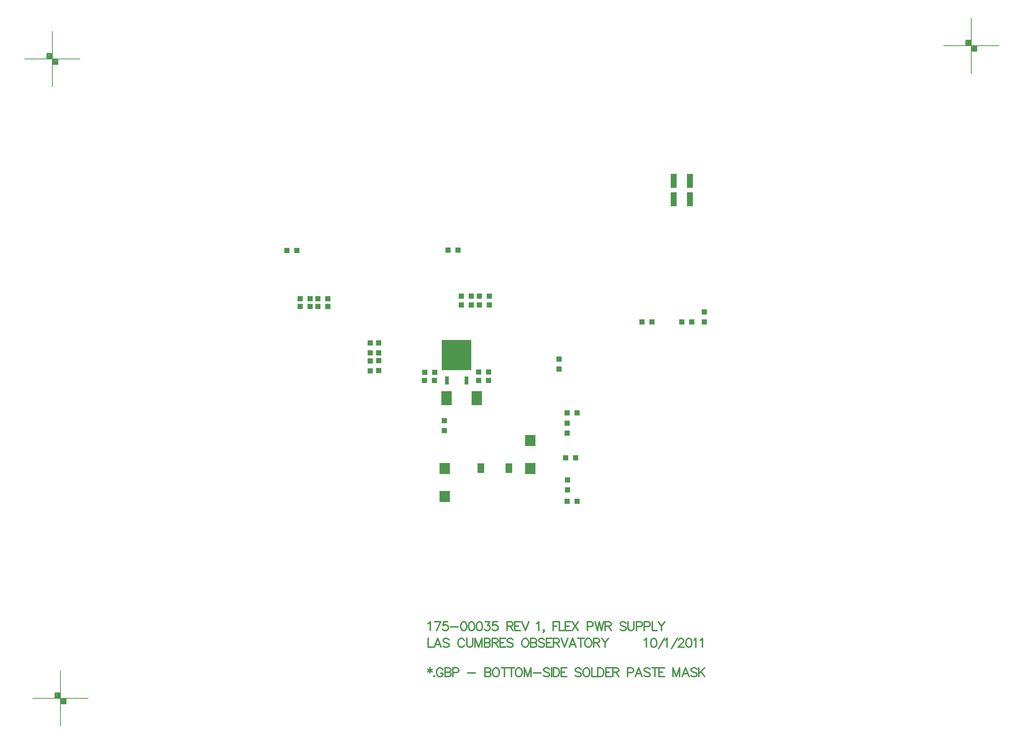
<source format=gbp>
%FSLAX23Y23*%
%MOIN*%
G70*
G01*
G75*
G04 Layer_Color=128*
%ADD10O,0.024X0.079*%
%ADD11R,0.036X0.036*%
%ADD12O,0.014X0.067*%
%ADD13R,0.059X0.039*%
%ADD14R,0.050X0.050*%
%ADD15C,0.010*%
%ADD16C,0.020*%
%ADD17C,0.012*%
%ADD18C,0.008*%
%ADD19C,0.012*%
%ADD20C,0.012*%
%ADD21C,0.032*%
%ADD22C,0.233*%
%ADD23C,0.220*%
%ADD24C,0.064*%
%ADD25C,0.020*%
%ADD26C,0.115*%
%ADD27R,0.115X0.115*%
%ADD28C,0.079*%
%ADD29C,0.080*%
%ADD30C,0.065*%
%ADD31C,0.059*%
%ADD32C,0.055*%
%ADD33R,0.120X0.120*%
%ADD34C,0.120*%
%ADD35R,0.120X0.120*%
%ADD36R,0.079X0.079*%
%ADD37C,0.050*%
%ADD38C,0.024*%
%ADD39C,0.030*%
%ADD40C,0.040*%
%ADD41C,0.072*%
%ADD42C,0.056*%
%ADD43C,0.206*%
%ADD44C,0.104*%
%ADD45C,0.118*%
G04:AMPARAMS|DCode=46|XSize=138mil|YSize=138mil|CornerRadius=0mil|HoleSize=0mil|Usage=FLASHONLY|Rotation=0.000|XOffset=0mil|YOffset=0mil|HoleType=Round|Shape=Relief|Width=10mil|Gap=10mil|Entries=4|*
%AMTHD46*
7,0,0,0.138,0.118,0.010,45*
%
%ADD46THD46*%
G04:AMPARAMS|DCode=47|XSize=107.244mil|YSize=107.244mil|CornerRadius=0mil|HoleSize=0mil|Usage=FLASHONLY|Rotation=0.000|XOffset=0mil|YOffset=0mil|HoleType=Round|Shape=Relief|Width=10mil|Gap=10mil|Entries=4|*
%AMTHD47*
7,0,0,0.107,0.087,0.010,45*
%
%ADD47THD47*%
G04:AMPARAMS|DCode=48|XSize=112mil|YSize=112mil|CornerRadius=0mil|HoleSize=0mil|Usage=FLASHONLY|Rotation=0.000|XOffset=0mil|YOffset=0mil|HoleType=Round|Shape=Relief|Width=10mil|Gap=10mil|Entries=4|*
%AMTHD48*
7,0,0,0.112,0.092,0.010,45*
%
%ADD48THD48*%
%ADD49C,0.092*%
%ADD50C,0.190*%
%ADD51C,0.073*%
%ADD52C,0.110*%
%ADD53C,0.087*%
G04:AMPARAMS|DCode=54|XSize=130mil|YSize=130mil|CornerRadius=0mil|HoleSize=0mil|Usage=FLASHONLY|Rotation=0.000|XOffset=0mil|YOffset=0mil|HoleType=Round|Shape=Relief|Width=10mil|Gap=10mil|Entries=4|*
%AMTHD54*
7,0,0,0.130,0.110,0.010,45*
%
%ADD54THD54*%
%ADD55C,0.150*%
%ADD56C,0.068*%
G04:AMPARAMS|DCode=57|XSize=88mil|YSize=88mil|CornerRadius=0mil|HoleSize=0mil|Usage=FLASHONLY|Rotation=0.000|XOffset=0mil|YOffset=0mil|HoleType=Round|Shape=Relief|Width=10mil|Gap=10mil|Entries=4|*
%AMTHD57*
7,0,0,0.088,0.068,0.010,45*
%
%ADD57THD57*%
%ADD58C,0.055*%
G04:AMPARAMS|DCode=59|XSize=100mil|YSize=100mil|CornerRadius=0mil|HoleSize=0mil|Usage=FLASHONLY|Rotation=0.000|XOffset=0mil|YOffset=0mil|HoleType=Round|Shape=Relief|Width=10mil|Gap=10mil|Entries=4|*
%AMTHD59*
7,0,0,0.100,0.080,0.010,45*
%
%ADD59THD59*%
G04:AMPARAMS|DCode=60|XSize=93.465mil|YSize=93.465mil|CornerRadius=0mil|HoleSize=0mil|Usage=FLASHONLY|Rotation=0.000|XOffset=0mil|YOffset=0mil|HoleType=Round|Shape=Relief|Width=10mil|Gap=10mil|Entries=4|*
%AMTHD60*
7,0,0,0.093,0.073,0.010,45*
%
%ADD60THD60*%
G04:AMPARAMS|DCode=61|XSize=70mil|YSize=70mil|CornerRadius=0mil|HoleSize=0mil|Usage=FLASHONLY|Rotation=0.000|XOffset=0mil|YOffset=0mil|HoleType=Round|Shape=Relief|Width=10mil|Gap=10mil|Entries=4|*
%AMTHD61*
7,0,0,0.070,0.050,0.010,45*
%
%ADD61THD61*%
G04:AMPARAMS|DCode=62|XSize=75mil|YSize=75mil|CornerRadius=0mil|HoleSize=0mil|Usage=FLASHONLY|Rotation=0.000|XOffset=0mil|YOffset=0mil|HoleType=Round|Shape=Relief|Width=10mil|Gap=10mil|Entries=4|*
%AMTHD62*
7,0,0,0.075,0.055,0.010,45*
%
%ADD62THD62*%
%ADD63R,0.037X0.075*%
%ADD64R,0.268X0.272*%
%ADD65R,0.094X0.102*%
%ADD66R,0.050X0.050*%
%ADD67R,0.094X0.130*%
%ADD68R,0.059X0.087*%
%ADD69R,0.055X0.130*%
%ADD70C,0.050*%
%ADD71C,0.025*%
%ADD72C,0.007*%
%ADD73C,0.010*%
%ADD74C,0.024*%
%ADD75C,0.010*%
%ADD76C,0.008*%
%ADD77C,0.006*%
%ADD78C,0.007*%
%ADD79R,0.190X0.123*%
%ADD80R,0.230X0.340*%
%ADD81R,0.240X0.280*%
%ADD82R,0.230X0.275*%
%ADD83R,0.230X0.315*%
%ADD84O,0.032X0.087*%
%ADD85R,0.044X0.044*%
%ADD86O,0.022X0.075*%
%ADD87R,0.067X0.047*%
%ADD88R,0.058X0.058*%
%ADD89C,0.241*%
%ADD90C,0.228*%
%ADD91C,0.028*%
%ADD92C,0.123*%
%ADD93R,0.123X0.123*%
%ADD94C,0.087*%
%ADD95C,0.088*%
%ADD96C,0.073*%
%ADD97C,0.067*%
%ADD98C,0.063*%
%ADD99R,0.128X0.128*%
%ADD100C,0.128*%
%ADD101R,0.128X0.128*%
%ADD102R,0.087X0.087*%
%ADD103C,0.058*%
%ADD104C,0.038*%
%ADD105R,1.028X0.327*%
%ADD106R,0.045X0.083*%
%ADD107R,0.276X0.280*%
%ADD108R,0.102X0.110*%
%ADD109R,0.058X0.058*%
%ADD110R,0.102X0.138*%
%ADD111R,0.067X0.095*%
%ADD112R,0.063X0.138*%
%ADD113C,0.008*%
D14*
X49219Y32791D02*
D03*
Y32881D02*
D03*
X48624Y33496D02*
D03*
Y33586D02*
D03*
X48549Y33496D02*
D03*
Y33586D02*
D03*
Y33423D02*
D03*
Y33333D02*
D03*
X48624Y33424D02*
D03*
Y33334D02*
D03*
X50254Y33439D02*
D03*
Y33349D02*
D03*
X51569Y33776D02*
D03*
Y33866D02*
D03*
X50331Y32254D02*
D03*
Y32344D02*
D03*
X50329Y32770D02*
D03*
Y32860D02*
D03*
D18*
X45497Y30370D02*
X45997D01*
X45747Y30120D02*
Y30620D01*
X45697Y30370D02*
Y30420D01*
X45747D01*
X45797Y30320D02*
Y30370D01*
X45747Y30320D02*
X45797D01*
X45752Y30365D02*
X45792D01*
Y30325D02*
Y30365D01*
X45752Y30325D02*
X45792D01*
X45752D02*
Y30365D01*
X45757Y30360D02*
X45787D01*
Y30330D02*
Y30360D01*
X45757Y30330D02*
X45787D01*
X45757D02*
Y30355D01*
X45762D02*
X45782D01*
Y30335D02*
Y30355D01*
X45762Y30335D02*
X45782D01*
X45762D02*
Y30350D01*
X45767D02*
X45777D01*
Y30340D02*
Y30350D01*
X45767Y30340D02*
X45777D01*
X45767D02*
Y30350D01*
Y30345D02*
X45777D01*
X45702Y30415D02*
X45742D01*
Y30375D02*
Y30415D01*
X45702Y30375D02*
X45742D01*
X45702D02*
Y30415D01*
X45707Y30410D02*
X45737D01*
Y30380D02*
Y30410D01*
X45707Y30380D02*
X45737D01*
X45707D02*
Y30405D01*
X45712D02*
X45732D01*
Y30385D02*
Y30405D01*
X45712Y30385D02*
X45732D01*
X45712D02*
Y30400D01*
X45717D02*
X45727D01*
Y30390D02*
Y30400D01*
X45717Y30390D02*
X45727D01*
X45717D02*
Y30400D01*
Y30395D02*
X45727D01*
X45426Y36157D02*
X45926D01*
X45676Y35907D02*
Y36407D01*
X45626Y36157D02*
Y36207D01*
X45676D01*
X45726Y36107D02*
Y36157D01*
X45676Y36107D02*
X45726D01*
X45681Y36152D02*
X45721D01*
Y36112D02*
Y36152D01*
X45681Y36112D02*
X45721D01*
X45681D02*
Y36152D01*
X45686Y36147D02*
X45716D01*
Y36117D02*
Y36147D01*
X45686Y36117D02*
X45716D01*
X45686D02*
Y36142D01*
X45691D02*
X45711D01*
Y36122D02*
Y36142D01*
X45691Y36122D02*
X45711D01*
X45691D02*
Y36137D01*
X45696D02*
X45706D01*
Y36127D02*
Y36137D01*
X45696Y36127D02*
X45706D01*
X45696D02*
Y36137D01*
Y36132D02*
X45706D01*
X45631Y36202D02*
X45671D01*
Y36162D02*
Y36202D01*
X45631Y36162D02*
X45671D01*
X45631D02*
Y36202D01*
X45636Y36197D02*
X45666D01*
Y36167D02*
Y36197D01*
X45636Y36167D02*
X45666D01*
X45636D02*
Y36192D01*
X45641D02*
X45661D01*
Y36172D02*
Y36192D01*
X45641Y36172D02*
X45661D01*
X45641D02*
Y36187D01*
X45646D02*
X45656D01*
Y36177D02*
Y36187D01*
X45646Y36177D02*
X45656D01*
X45646D02*
Y36187D01*
Y36182D02*
X45656D01*
X53733Y36275D02*
X54233D01*
X53983Y36025D02*
Y36525D01*
X53933Y36275D02*
Y36325D01*
X53983D01*
X54033Y36225D02*
Y36275D01*
X53983Y36225D02*
X54033D01*
X53988Y36270D02*
X54028D01*
Y36230D02*
Y36270D01*
X53988Y36230D02*
X54028D01*
X53988D02*
Y36270D01*
X53993Y36265D02*
X54023D01*
Y36235D02*
Y36265D01*
X53993Y36235D02*
X54023D01*
X53993D02*
Y36260D01*
X53998D02*
X54018D01*
Y36240D02*
Y36260D01*
X53998Y36240D02*
X54018D01*
X53998D02*
Y36255D01*
X54003D02*
X54013D01*
Y36245D02*
Y36255D01*
X54003Y36245D02*
X54013D01*
X54003D02*
Y36255D01*
Y36250D02*
X54013D01*
X53938Y36320D02*
X53978D01*
Y36280D02*
Y36320D01*
X53938Y36280D02*
X53978D01*
X53938D02*
Y36320D01*
X53943Y36315D02*
X53973D01*
Y36285D02*
Y36315D01*
X53943Y36285D02*
X53973D01*
X53943D02*
Y36310D01*
X53948D02*
X53968D01*
Y36290D02*
Y36310D01*
X53948Y36290D02*
X53968D01*
X53948D02*
Y36305D01*
X53953D02*
X53963D01*
Y36295D02*
Y36305D01*
X53953Y36295D02*
X53963D01*
X53953D02*
Y36305D01*
Y36300D02*
X53963D01*
D19*
X49088Y30644D02*
Y30598D01*
X49069Y30633D02*
X49107Y30610D01*
Y30633D02*
X49069Y30610D01*
X49127Y30572D02*
X49123Y30568D01*
X49127Y30564D01*
X49131Y30568D01*
X49127Y30572D01*
X49205Y30625D02*
X49201Y30633D01*
X49194Y30640D01*
X49186Y30644D01*
X49171D01*
X49163Y30640D01*
X49156Y30633D01*
X49152Y30625D01*
X49148Y30614D01*
Y30594D01*
X49152Y30583D01*
X49156Y30575D01*
X49163Y30568D01*
X49171Y30564D01*
X49186D01*
X49194Y30568D01*
X49201Y30575D01*
X49205Y30583D01*
Y30594D01*
X49186D02*
X49205D01*
X49224Y30644D02*
Y30564D01*
Y30644D02*
X49258D01*
X49269Y30640D01*
X49273Y30636D01*
X49277Y30629D01*
Y30621D01*
X49273Y30614D01*
X49269Y30610D01*
X49258Y30606D01*
X49224D02*
X49258D01*
X49269Y30602D01*
X49273Y30598D01*
X49277Y30591D01*
Y30579D01*
X49273Y30572D01*
X49269Y30568D01*
X49258Y30564D01*
X49224D01*
X49295Y30602D02*
X49329D01*
X49340Y30606D01*
X49344Y30610D01*
X49348Y30617D01*
Y30629D01*
X49344Y30636D01*
X49340Y30640D01*
X49329Y30644D01*
X49295D01*
Y30564D01*
X49429Y30598D02*
X49497D01*
X49584Y30644D02*
Y30564D01*
Y30644D02*
X49618D01*
X49630Y30640D01*
X49633Y30636D01*
X49637Y30629D01*
Y30621D01*
X49633Y30614D01*
X49630Y30610D01*
X49618Y30606D01*
X49584D02*
X49618D01*
X49630Y30602D01*
X49633Y30598D01*
X49637Y30591D01*
Y30579D01*
X49633Y30572D01*
X49630Y30568D01*
X49618Y30564D01*
X49584D01*
X49678Y30644D02*
X49670Y30640D01*
X49663Y30633D01*
X49659Y30625D01*
X49655Y30614D01*
Y30594D01*
X49659Y30583D01*
X49663Y30575D01*
X49670Y30568D01*
X49678Y30564D01*
X49693D01*
X49701Y30568D01*
X49708Y30575D01*
X49712Y30583D01*
X49716Y30594D01*
Y30614D01*
X49712Y30625D01*
X49708Y30633D01*
X49701Y30640D01*
X49693Y30644D01*
X49678D01*
X49761D02*
Y30564D01*
X49735Y30644D02*
X49788D01*
X49824D02*
Y30564D01*
X49798Y30644D02*
X49851D01*
X49883D02*
X49876Y30640D01*
X49868Y30633D01*
X49864Y30625D01*
X49860Y30614D01*
Y30594D01*
X49864Y30583D01*
X49868Y30575D01*
X49876Y30568D01*
X49883Y30564D01*
X49898D01*
X49906Y30568D01*
X49914Y30575D01*
X49918Y30583D01*
X49921Y30594D01*
Y30614D01*
X49918Y30625D01*
X49914Y30633D01*
X49906Y30640D01*
X49898Y30644D01*
X49883D01*
X49940D02*
Y30564D01*
Y30644D02*
X49970Y30564D01*
X50001Y30644D02*
X49970Y30564D01*
X50001Y30644D02*
Y30564D01*
X50024Y30598D02*
X50092D01*
X50169Y30633D02*
X50162Y30640D01*
X50150Y30644D01*
X50135D01*
X50124Y30640D01*
X50116Y30633D01*
Y30625D01*
X50120Y30617D01*
X50124Y30614D01*
X50131Y30610D01*
X50154Y30602D01*
X50162Y30598D01*
X50165Y30594D01*
X50169Y30587D01*
Y30575D01*
X50162Y30568D01*
X50150Y30564D01*
X50135D01*
X50124Y30568D01*
X50116Y30575D01*
X50187Y30644D02*
Y30564D01*
X50204Y30644D02*
Y30564D01*
Y30644D02*
X50231D01*
X50242Y30640D01*
X50250Y30633D01*
X50253Y30625D01*
X50257Y30614D01*
Y30594D01*
X50253Y30583D01*
X50250Y30575D01*
X50242Y30568D01*
X50231Y30564D01*
X50204D01*
X50325Y30644D02*
X50275D01*
Y30564D01*
X50325D01*
X50275Y30606D02*
X50306D01*
X50454Y30633D02*
X50447Y30640D01*
X50435Y30644D01*
X50420D01*
X50408Y30640D01*
X50401Y30633D01*
Y30625D01*
X50405Y30617D01*
X50408Y30614D01*
X50416Y30610D01*
X50439Y30602D01*
X50447Y30598D01*
X50450Y30594D01*
X50454Y30587D01*
Y30575D01*
X50447Y30568D01*
X50435Y30564D01*
X50420D01*
X50408Y30568D01*
X50401Y30575D01*
X50495Y30644D02*
X50487Y30640D01*
X50480Y30633D01*
X50476Y30625D01*
X50472Y30614D01*
Y30594D01*
X50476Y30583D01*
X50480Y30575D01*
X50487Y30568D01*
X50495Y30564D01*
X50510D01*
X50518Y30568D01*
X50525Y30575D01*
X50529Y30583D01*
X50533Y30594D01*
Y30614D01*
X50529Y30625D01*
X50525Y30633D01*
X50518Y30640D01*
X50510Y30644D01*
X50495D01*
X50552D02*
Y30564D01*
X50597D01*
X50606Y30644D02*
Y30564D01*
Y30644D02*
X50633D01*
X50644Y30640D01*
X50652Y30633D01*
X50656Y30625D01*
X50659Y30614D01*
Y30594D01*
X50656Y30583D01*
X50652Y30575D01*
X50644Y30568D01*
X50633Y30564D01*
X50606D01*
X50727Y30644D02*
X50677D01*
Y30564D01*
X50727D01*
X50677Y30606D02*
X50708D01*
X50740Y30644D02*
Y30564D01*
Y30644D02*
X50774D01*
X50786Y30640D01*
X50790Y30636D01*
X50794Y30629D01*
Y30621D01*
X50790Y30614D01*
X50786Y30610D01*
X50774Y30606D01*
X50740D01*
X50767D02*
X50794Y30564D01*
X50874Y30602D02*
X50909D01*
X50920Y30606D01*
X50924Y30610D01*
X50928Y30617D01*
Y30629D01*
X50924Y30636D01*
X50920Y30640D01*
X50909Y30644D01*
X50874D01*
Y30564D01*
X51006D02*
X50976Y30644D01*
X50945Y30564D01*
X50957Y30591D02*
X50995D01*
X51078Y30633D02*
X51071Y30640D01*
X51059Y30644D01*
X51044D01*
X51033Y30640D01*
X51025Y30633D01*
Y30625D01*
X51029Y30617D01*
X51033Y30614D01*
X51040Y30610D01*
X51063Y30602D01*
X51071Y30598D01*
X51075Y30594D01*
X51078Y30587D01*
Y30575D01*
X51071Y30568D01*
X51059Y30564D01*
X51044D01*
X51033Y30568D01*
X51025Y30575D01*
X51123Y30644D02*
Y30564D01*
X51096Y30644D02*
X51150D01*
X51209D02*
X51159D01*
Y30564D01*
X51209D01*
X51159Y30606D02*
X51190D01*
X51285Y30644D02*
Y30564D01*
Y30644D02*
X51315Y30564D01*
X51346Y30644D02*
X51315Y30564D01*
X51346Y30644D02*
Y30564D01*
X51430D02*
X51399Y30644D01*
X51369Y30564D01*
X51380Y30591D02*
X51418D01*
X51502Y30633D02*
X51494Y30640D01*
X51483Y30644D01*
X51467D01*
X51456Y30640D01*
X51448Y30633D01*
Y30625D01*
X51452Y30617D01*
X51456Y30614D01*
X51463Y30610D01*
X51486Y30602D01*
X51494Y30598D01*
X51498Y30594D01*
X51502Y30587D01*
Y30575D01*
X51494Y30568D01*
X51483Y30564D01*
X51467D01*
X51456Y30568D01*
X51448Y30575D01*
X51519Y30644D02*
Y30564D01*
X51573Y30644D02*
X51519Y30591D01*
X51538Y30610D02*
X51573Y30564D01*
X49073Y31045D02*
X49081Y31049D01*
X49092Y31061D01*
Y30981D01*
X49185Y31061D02*
X49147Y30981D01*
X49132Y31061D02*
X49185D01*
X49249D02*
X49211D01*
X49207Y31026D01*
X49211Y31030D01*
X49222Y31034D01*
X49233D01*
X49245Y31030D01*
X49252Y31022D01*
X49256Y31011D01*
Y31003D01*
X49252Y30992D01*
X49245Y30984D01*
X49233Y30981D01*
X49222D01*
X49211Y30984D01*
X49207Y30988D01*
X49203Y30996D01*
X49274Y31015D02*
X49343D01*
X49389Y31061D02*
X49378Y31057D01*
X49370Y31045D01*
X49366Y31026D01*
Y31015D01*
X49370Y30996D01*
X49378Y30984D01*
X49389Y30981D01*
X49397D01*
X49408Y30984D01*
X49416Y30996D01*
X49420Y31015D01*
Y31026D01*
X49416Y31045D01*
X49408Y31057D01*
X49397Y31061D01*
X49389D01*
X49460D02*
X49449Y31057D01*
X49441Y31045D01*
X49438Y31026D01*
Y31015D01*
X49441Y30996D01*
X49449Y30984D01*
X49460Y30981D01*
X49468D01*
X49479Y30984D01*
X49487Y30996D01*
X49491Y31015D01*
Y31026D01*
X49487Y31045D01*
X49479Y31057D01*
X49468Y31061D01*
X49460D01*
X49532D02*
X49520Y31057D01*
X49513Y31045D01*
X49509Y31026D01*
Y31015D01*
X49513Y30996D01*
X49520Y30984D01*
X49532Y30981D01*
X49539D01*
X49551Y30984D01*
X49558Y30996D01*
X49562Y31015D01*
Y31026D01*
X49558Y31045D01*
X49551Y31057D01*
X49539Y31061D01*
X49532D01*
X49588D02*
X49629D01*
X49607Y31030D01*
X49618D01*
X49626Y31026D01*
X49629Y31022D01*
X49633Y31011D01*
Y31003D01*
X49629Y30992D01*
X49622Y30984D01*
X49610Y30981D01*
X49599D01*
X49588Y30984D01*
X49584Y30988D01*
X49580Y30996D01*
X49697Y31061D02*
X49659D01*
X49655Y31026D01*
X49659Y31030D01*
X49670Y31034D01*
X49682D01*
X49693Y31030D01*
X49701Y31022D01*
X49705Y31011D01*
Y31003D01*
X49701Y30992D01*
X49693Y30984D01*
X49682Y30981D01*
X49670D01*
X49659Y30984D01*
X49655Y30988D01*
X49651Y30996D01*
X49785Y31061D02*
Y30981D01*
Y31061D02*
X49820D01*
X49831Y31057D01*
X49835Y31053D01*
X49839Y31045D01*
Y31038D01*
X49835Y31030D01*
X49831Y31026D01*
X49820Y31022D01*
X49785D01*
X49812D02*
X49839Y30981D01*
X49906Y31061D02*
X49856D01*
Y30981D01*
X49906D01*
X49856Y31022D02*
X49887D01*
X49919Y31061D02*
X49950Y30981D01*
X49980Y31061D02*
X49950Y30981D01*
X50053Y31045D02*
X50061Y31049D01*
X50072Y31061D01*
Y30981D01*
X50120Y30984D02*
X50116Y30981D01*
X50112Y30984D01*
X50116Y30988D01*
X50120Y30984D01*
Y30977D01*
X50116Y30969D01*
X50112Y30965D01*
X50200Y31061D02*
Y30981D01*
Y31061D02*
X50250D01*
X50200Y31022D02*
X50230D01*
X50259Y31061D02*
Y30981D01*
X50304D01*
X50363Y31061D02*
X50313D01*
Y30981D01*
X50363D01*
X50313Y31022D02*
X50344D01*
X50376Y31061D02*
X50429Y30981D01*
Y31061D02*
X50376Y30981D01*
X50510Y31019D02*
X50544D01*
X50556Y31022D01*
X50560Y31026D01*
X50563Y31034D01*
Y31045D01*
X50560Y31053D01*
X50556Y31057D01*
X50544Y31061D01*
X50510D01*
Y30981D01*
X50581Y31061D02*
X50600Y30981D01*
X50619Y31061D02*
X50600Y30981D01*
X50619Y31061D02*
X50638Y30981D01*
X50657Y31061D02*
X50638Y30981D01*
X50673Y31061D02*
Y30981D01*
Y31061D02*
X50708D01*
X50719Y31057D01*
X50723Y31053D01*
X50727Y31045D01*
Y31038D01*
X50723Y31030D01*
X50719Y31026D01*
X50708Y31022D01*
X50673D01*
X50700D02*
X50727Y30981D01*
X50861Y31049D02*
X50853Y31057D01*
X50842Y31061D01*
X50827D01*
X50815Y31057D01*
X50808Y31049D01*
Y31042D01*
X50811Y31034D01*
X50815Y31030D01*
X50823Y31026D01*
X50846Y31019D01*
X50853Y31015D01*
X50857Y31011D01*
X50861Y31003D01*
Y30992D01*
X50853Y30984D01*
X50842Y30981D01*
X50827D01*
X50815Y30984D01*
X50808Y30992D01*
X50879Y31061D02*
Y31003D01*
X50883Y30992D01*
X50890Y30984D01*
X50902Y30981D01*
X50909D01*
X50921Y30984D01*
X50928Y30992D01*
X50932Y31003D01*
Y31061D01*
X50954Y31019D02*
X50988D01*
X51000Y31022D01*
X51004Y31026D01*
X51007Y31034D01*
Y31045D01*
X51004Y31053D01*
X51000Y31057D01*
X50988Y31061D01*
X50954D01*
Y30981D01*
X51025Y31019D02*
X51060D01*
X51071Y31022D01*
X51075Y31026D01*
X51079Y31034D01*
Y31045D01*
X51075Y31053D01*
X51071Y31057D01*
X51060Y31061D01*
X51025D01*
Y30981D01*
X51097Y31061D02*
Y30981D01*
X51142D01*
X51151Y31061D02*
X51182Y31022D01*
Y30981D01*
X51212Y31061D02*
X51182Y31022D01*
D20*
X49073Y30911D02*
Y30831D01*
X49119D01*
X49188D02*
X49158Y30911D01*
X49127Y30831D01*
X49139Y30857D02*
X49177D01*
X49260Y30899D02*
X49253Y30907D01*
X49241Y30911D01*
X49226D01*
X49215Y30907D01*
X49207Y30899D01*
Y30892D01*
X49211Y30884D01*
X49215Y30880D01*
X49222Y30876D01*
X49245Y30869D01*
X49253Y30865D01*
X49257Y30861D01*
X49260Y30853D01*
Y30842D01*
X49253Y30834D01*
X49241Y30831D01*
X49226D01*
X49215Y30834D01*
X49207Y30842D01*
X49398Y30892D02*
X49394Y30899D01*
X49387Y30907D01*
X49379Y30911D01*
X49364D01*
X49356Y30907D01*
X49349Y30899D01*
X49345Y30892D01*
X49341Y30880D01*
Y30861D01*
X49345Y30850D01*
X49349Y30842D01*
X49356Y30834D01*
X49364Y30831D01*
X49379D01*
X49387Y30834D01*
X49394Y30842D01*
X49398Y30850D01*
X49421Y30911D02*
Y30853D01*
X49425Y30842D01*
X49432Y30834D01*
X49444Y30831D01*
X49451D01*
X49463Y30834D01*
X49470Y30842D01*
X49474Y30853D01*
Y30911D01*
X49496D02*
Y30831D01*
Y30911D02*
X49527Y30831D01*
X49557Y30911D02*
X49527Y30831D01*
X49557Y30911D02*
Y30831D01*
X49580Y30911D02*
Y30831D01*
Y30911D02*
X49614D01*
X49626Y30907D01*
X49629Y30903D01*
X49633Y30895D01*
Y30888D01*
X49629Y30880D01*
X49626Y30876D01*
X49614Y30872D01*
X49580D02*
X49614D01*
X49626Y30869D01*
X49629Y30865D01*
X49633Y30857D01*
Y30846D01*
X49629Y30838D01*
X49626Y30834D01*
X49614Y30831D01*
X49580D01*
X49651Y30911D02*
Y30831D01*
Y30911D02*
X49685D01*
X49697Y30907D01*
X49701Y30903D01*
X49705Y30895D01*
Y30888D01*
X49701Y30880D01*
X49697Y30876D01*
X49685Y30872D01*
X49651D01*
X49678D02*
X49705Y30831D01*
X49772Y30911D02*
X49722D01*
Y30831D01*
X49772D01*
X49722Y30872D02*
X49753D01*
X49839Y30899D02*
X49831Y30907D01*
X49820Y30911D01*
X49804D01*
X49793Y30907D01*
X49785Y30899D01*
Y30892D01*
X49789Y30884D01*
X49793Y30880D01*
X49800Y30876D01*
X49823Y30869D01*
X49831Y30865D01*
X49835Y30861D01*
X49839Y30853D01*
Y30842D01*
X49831Y30834D01*
X49820Y30831D01*
X49804D01*
X49793Y30834D01*
X49785Y30842D01*
X49942Y30911D02*
X49935Y30907D01*
X49927Y30899D01*
X49923Y30892D01*
X49919Y30880D01*
Y30861D01*
X49923Y30850D01*
X49927Y30842D01*
X49935Y30834D01*
X49942Y30831D01*
X49957D01*
X49965Y30834D01*
X49973Y30842D01*
X49976Y30850D01*
X49980Y30861D01*
Y30880D01*
X49976Y30892D01*
X49973Y30899D01*
X49965Y30907D01*
X49957Y30911D01*
X49942D01*
X49999D02*
Y30831D01*
Y30911D02*
X50033D01*
X50045Y30907D01*
X50048Y30903D01*
X50052Y30895D01*
Y30888D01*
X50048Y30880D01*
X50045Y30876D01*
X50033Y30872D01*
X49999D02*
X50033D01*
X50045Y30869D01*
X50048Y30865D01*
X50052Y30857D01*
Y30846D01*
X50048Y30838D01*
X50045Y30834D01*
X50033Y30831D01*
X49999D01*
X50123Y30899D02*
X50116Y30907D01*
X50104Y30911D01*
X50089D01*
X50078Y30907D01*
X50070Y30899D01*
Y30892D01*
X50074Y30884D01*
X50078Y30880D01*
X50085Y30876D01*
X50108Y30869D01*
X50116Y30865D01*
X50120Y30861D01*
X50123Y30853D01*
Y30842D01*
X50116Y30834D01*
X50104Y30831D01*
X50089D01*
X50078Y30834D01*
X50070Y30842D01*
X50191Y30911D02*
X50141D01*
Y30831D01*
X50191D01*
X50141Y30872D02*
X50172D01*
X50204Y30911D02*
Y30831D01*
Y30911D02*
X50238D01*
X50250Y30907D01*
X50254Y30903D01*
X50258Y30895D01*
Y30888D01*
X50254Y30880D01*
X50250Y30876D01*
X50238Y30872D01*
X50204D01*
X50231D02*
X50258Y30831D01*
X50275Y30911D02*
X50306Y30831D01*
X50336Y30911D02*
X50306Y30831D01*
X50408D02*
X50377Y30911D01*
X50347Y30831D01*
X50358Y30857D02*
X50396D01*
X50453Y30911D02*
Y30831D01*
X50426Y30911D02*
X50480D01*
X50512D02*
X50504Y30907D01*
X50497Y30899D01*
X50493Y30892D01*
X50489Y30880D01*
Y30861D01*
X50493Y30850D01*
X50497Y30842D01*
X50504Y30834D01*
X50512Y30831D01*
X50527D01*
X50535Y30834D01*
X50542Y30842D01*
X50546Y30850D01*
X50550Y30861D01*
Y30880D01*
X50546Y30892D01*
X50542Y30899D01*
X50535Y30907D01*
X50527Y30911D01*
X50512D01*
X50569D02*
Y30831D01*
Y30911D02*
X50603D01*
X50614Y30907D01*
X50618Y30903D01*
X50622Y30895D01*
Y30888D01*
X50618Y30880D01*
X50614Y30876D01*
X50603Y30872D01*
X50569D01*
X50595D02*
X50622Y30831D01*
X50640Y30911D02*
X50670Y30872D01*
Y30831D01*
X50701Y30911D02*
X50670Y30872D01*
X51025Y30895D02*
X51033Y30899D01*
X51044Y30911D01*
Y30831D01*
X51107Y30911D02*
X51095Y30907D01*
X51088Y30895D01*
X51084Y30876D01*
Y30865D01*
X51088Y30846D01*
X51095Y30834D01*
X51107Y30831D01*
X51114D01*
X51126Y30834D01*
X51134Y30846D01*
X51137Y30865D01*
Y30876D01*
X51134Y30895D01*
X51126Y30907D01*
X51114Y30911D01*
X51107D01*
X51155Y30819D02*
X51209Y30911D01*
X51214Y30895D02*
X51222Y30899D01*
X51233Y30911D01*
Y30831D01*
X51273Y30819D02*
X51326Y30911D01*
X51335Y30892D02*
Y30895D01*
X51339Y30903D01*
X51343Y30907D01*
X51350Y30911D01*
X51365D01*
X51373Y30907D01*
X51377Y30903D01*
X51381Y30895D01*
Y30888D01*
X51377Y30880D01*
X51369Y30869D01*
X51331Y30831D01*
X51385D01*
X51425Y30911D02*
X51414Y30907D01*
X51406Y30895D01*
X51402Y30876D01*
Y30865D01*
X51406Y30846D01*
X51414Y30834D01*
X51425Y30831D01*
X51433D01*
X51444Y30834D01*
X51452Y30846D01*
X51456Y30865D01*
Y30876D01*
X51452Y30895D01*
X51444Y30907D01*
X51433Y30911D01*
X51425D01*
X51474Y30895D02*
X51481Y30899D01*
X51493Y30911D01*
Y30831D01*
X51532Y30895D02*
X51540Y30899D01*
X51551Y30911D01*
Y30831D01*
D63*
X49419Y33245D02*
D03*
X49240D02*
D03*
D64*
X49329Y33475D02*
D03*
D65*
X49221Y32449D02*
D03*
Y32196D02*
D03*
X49994Y32450D02*
D03*
Y32702D02*
D03*
D66*
X50316Y32544D02*
D03*
X50406D02*
D03*
X49129Y33245D02*
D03*
X49039D02*
D03*
X48164Y33916D02*
D03*
X48074D02*
D03*
X51364Y33776D02*
D03*
X51454D02*
D03*
X51094Y33775D02*
D03*
X51004D02*
D03*
X50419Y32151D02*
D03*
X50329D02*
D03*
Y32951D02*
D03*
X50419D02*
D03*
X49619Y33321D02*
D03*
X49529D02*
D03*
X47915Y33916D02*
D03*
X48005D02*
D03*
X47915Y33986D02*
D03*
X48005D02*
D03*
X48164D02*
D03*
X48074D02*
D03*
X49371Y34010D02*
D03*
X49461D02*
D03*
X49371Y33929D02*
D03*
X49461D02*
D03*
X49625Y34010D02*
D03*
X49535D02*
D03*
X49624Y33929D02*
D03*
X49534D02*
D03*
X49131Y33318D02*
D03*
X49041D02*
D03*
X49619Y33245D02*
D03*
X49529D02*
D03*
X47796Y34422D02*
D03*
X47886D02*
D03*
X49253Y34425D02*
D03*
X49343D02*
D03*
D67*
X49513Y33086D02*
D03*
X49239D02*
D03*
D68*
X49548Y32451D02*
D03*
X49800D02*
D03*
D69*
X51439Y35052D02*
D03*
X51290D02*
D03*
X51439Y34886D02*
D03*
X51290D02*
D03*
M02*

</source>
